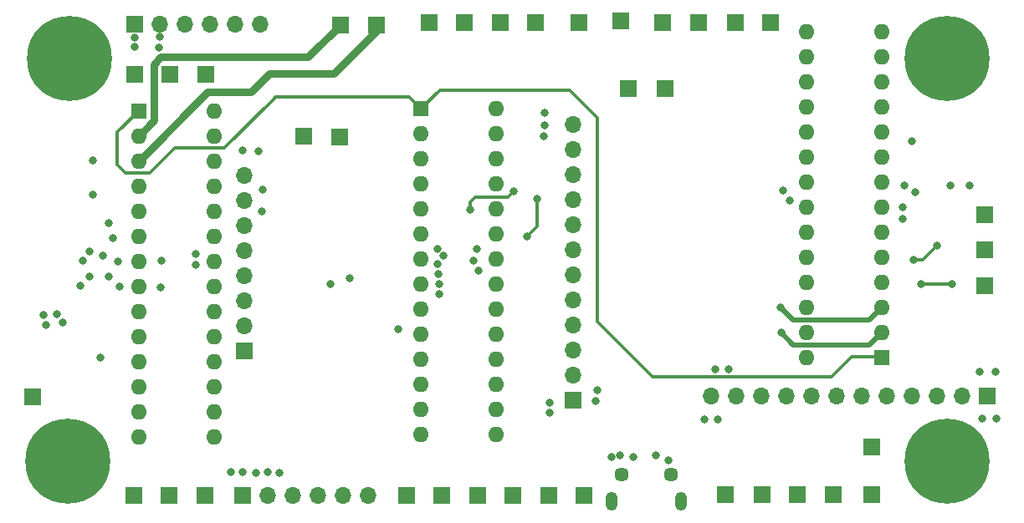
<source format=gbr>
%TF.GenerationSoftware,KiCad,Pcbnew,(6.0.2)*%
%TF.CreationDate,2022-03-17T16:11:47+00:00*%
%TF.ProjectId,PROJ324-Ard1,50524f4a-3332-4342-9d41-7264312e6b69,rev?*%
%TF.SameCoordinates,Original*%
%TF.FileFunction,Copper,L4,Bot*%
%TF.FilePolarity,Positive*%
%FSLAX46Y46*%
G04 Gerber Fmt 4.6, Leading zero omitted, Abs format (unit mm)*
G04 Created by KiCad (PCBNEW (6.0.2)) date 2022-03-17 16:11:47*
%MOMM*%
%LPD*%
G01*
G04 APERTURE LIST*
%TA.AperFunction,ComponentPad*%
%ADD10R,1.700000X1.700000*%
%TD*%
%TA.AperFunction,ComponentPad*%
%ADD11C,1.450000*%
%TD*%
%TA.AperFunction,ComponentPad*%
%ADD12O,1.200000X1.900000*%
%TD*%
%TA.AperFunction,ComponentPad*%
%ADD13O,1.700000X1.700000*%
%TD*%
%TA.AperFunction,ComponentPad*%
%ADD14C,8.600000*%
%TD*%
%TA.AperFunction,ComponentPad*%
%ADD15C,0.900000*%
%TD*%
%TA.AperFunction,ComponentPad*%
%ADD16R,1.600000X1.600000*%
%TD*%
%TA.AperFunction,ComponentPad*%
%ADD17O,1.600000X1.600000*%
%TD*%
%TA.AperFunction,ViaPad*%
%ADD18C,0.800000*%
%TD*%
%TA.AperFunction,Conductor*%
%ADD19C,0.300000*%
%TD*%
%TA.AperFunction,Conductor*%
%ADD20C,0.500000*%
%TD*%
%TA.AperFunction,Conductor*%
%ADD21C,0.750000*%
%TD*%
G04 APERTURE END LIST*
D10*
%TO.P,J33,1,Pin_1*%
%TO.N,ATMEGA_3_TXD*%
X184700000Y-35400000D03*
%TD*%
%TO.P,J44,1,Pin_1*%
%TO.N,+5V*%
X210170000Y-41860000D03*
%TD*%
%TO.P,J21,1,Pin_1*%
%TO.N,Net-(J21-Pad1)*%
X221000000Y-35200000D03*
%TD*%
%TO.P,J27,1,Pin_1*%
%TO.N,ATMEGA_2_RXD*%
X190000000Y-35200000D03*
%TD*%
%TO.P,J12,1,Pin_1*%
%TO.N,ATMEGA_1_RXD*%
X227300000Y-83000000D03*
%TD*%
%TO.P,J20,1,Pin_1*%
%TO.N,Net-(J20-Pad1)*%
X205700000Y-83100000D03*
%TD*%
D11*
%TO.P,J1,6,Shield*%
%TO.N,unconnected-(J1-Pad6)*%
X209510000Y-80967500D03*
D12*
X215510000Y-83667500D03*
X208510000Y-83667500D03*
D11*
X214510000Y-80967500D03*
%TD*%
D10*
%TO.P,J45,1,Pin_1*%
%TO.N,+5V*%
X234780000Y-83040000D03*
%TD*%
%TO.P,J38,1,Pin_1*%
%TO.N,Net-(J38-Pad1)*%
X198500000Y-83100000D03*
%TD*%
%TO.P,J40,1,Pin_1*%
%TO.N,GND*%
X213900000Y-41830000D03*
%TD*%
%TO.P,J18,1,Pin_1*%
%TO.N,Net-(J18-Pad1)*%
X202100000Y-83100000D03*
%TD*%
%TO.P,J24,1,Pin_1*%
%TO.N,Net-(J24-Pad1)*%
X209400000Y-35000000D03*
%TD*%
%TO.P,J32,1,Pin_1*%
%TO.N,Net-(J32-Pad1)*%
X163800000Y-40400000D03*
%TD*%
%TO.P,J22,1,Pin_1*%
%TO.N,Net-(J22-Pad1)*%
X191300000Y-83100000D03*
%TD*%
%TO.P,J9,1,Pin_1*%
%TO.N,Net-(J9-Pad1)*%
X213600000Y-35200000D03*
%TD*%
%TO.P,J26,1,Pin_1*%
%TO.N,Net-(J26-Pad1)*%
X200800000Y-35200000D03*
%TD*%
%TO.P,J30,1,Pin_1*%
%TO.N,Net-(J30-Pad1)*%
X160200000Y-40400000D03*
%TD*%
%TO.P,J4,1,Pin_1*%
%TO.N,GND*%
X204600000Y-73400000D03*
D13*
%TO.P,J4,2,Pin_2*%
%TO.N,ATMEGA_2_DRDY*%
X204600000Y-70860000D03*
%TO.P,J4,3,Pin_3*%
%TO.N,ATMEGA_2_MISO*%
X204600000Y-68320000D03*
%TO.P,J4,4,Pin_4*%
%TO.N,ATMEGA_2_SCK*%
X204600000Y-65780000D03*
%TO.P,J4,5,Pin_5*%
%TO.N,ATMEGA_2_MOSI*%
X204600000Y-63240000D03*
%TO.P,J4,6,Pin_6*%
%TO.N,ATMEGA_2_CS*%
X204600000Y-60700000D03*
%TO.P,J4,7,Pin_7*%
%TO.N,ATMEGA_2_START*%
X204600000Y-58160000D03*
%TO.P,J4,8,Pin_8*%
%TO.N,ATMEGA_2_PWDN_RESET*%
X204600000Y-55620000D03*
%TO.P,J4,9,Pin_9*%
%TO.N,unconnected-(J4-Pad9)*%
X204600000Y-53080000D03*
%TO.P,J4,10,Pin_10*%
%TO.N,unconnected-(J4-Pad10)*%
X204600000Y-50540000D03*
%TO.P,J4,11,Pin_11*%
%TO.N,unconnected-(J4-Pad11)*%
X204600000Y-48000000D03*
%TO.P,J4,12,Pin_12*%
%TO.N,+5V*%
X204600000Y-45460000D03*
%TD*%
D10*
%TO.P,J16,1,Pin_1*%
%TO.N,Net-(J16-Pad1)*%
X246200000Y-54600000D03*
%TD*%
%TO.P,J42,1,Pin_1*%
%TO.N,GND*%
X180940000Y-46760000D03*
%TD*%
%TO.P,J41,1,Pin_1*%
%TO.N,GND*%
X234820000Y-78160000D03*
%TD*%
D14*
%TO.P,H3,1,1*%
%TO.N,GND*%
X242400000Y-79600000D03*
D15*
X242400000Y-76375000D03*
X240119581Y-81880419D03*
X239175000Y-79600000D03*
X244680419Y-77319581D03*
X245625000Y-79600000D03*
X240119581Y-77319581D03*
X244680419Y-81880419D03*
X242400000Y-82825000D03*
%TD*%
%TO.P,H2,1,1*%
%TO.N,GND*%
X151119581Y-81880419D03*
D14*
X153400000Y-79600000D03*
D15*
X155680419Y-77319581D03*
X156625000Y-79600000D03*
X153400000Y-76375000D03*
X151119581Y-77319581D03*
X155680419Y-81880419D03*
X150175000Y-79600000D03*
X153400000Y-82825000D03*
%TD*%
D10*
%TO.P,J17,1,Pin_1*%
%TO.N,Net-(J17-Pad1)*%
X187700000Y-83100000D03*
%TD*%
%TO.P,J6,1,Pin_1*%
%TO.N,+5V*%
X160180000Y-35300000D03*
D13*
%TO.P,J6,2,Pin_2*%
%TO.N,GND*%
X162720000Y-35300000D03*
%TO.P,J6,3,Pin_3*%
%TO.N,unconnected-(J6-Pad3)*%
X165260000Y-35300000D03*
%TO.P,J6,4,Pin_4*%
%TO.N,unconnected-(J6-Pad4)*%
X167800000Y-35300000D03*
%TO.P,J6,5,Pin_5*%
%TO.N,ATMEGA_3_SCL_1*%
X170340000Y-35300000D03*
%TO.P,J6,6,Pin_6*%
%TO.N,ATMEGA_3_SDA_1*%
X172880000Y-35300000D03*
%TD*%
D10*
%TO.P,J14,1,Pin_1*%
%TO.N,Net-(J14-Pad1)*%
X163700000Y-83100000D03*
%TD*%
D16*
%TO.P,U5,1,~{RESET}/PC6*%
%TO.N,ATMEGA_RESET*%
X160600000Y-44100000D03*
D17*
%TO.P,U5,2,PD0*%
%TO.N,ATMEGA_3_RXD*%
X160600000Y-46640000D03*
%TO.P,U5,3,PD1*%
%TO.N,ATMEGA_3_TXD*%
X160600000Y-49180000D03*
%TO.P,U5,4,PD2*%
%TO.N,Net-(J30-Pad1)*%
X160600000Y-51720000D03*
%TO.P,U5,5,PD3*%
%TO.N,Net-(J32-Pad1)*%
X160600000Y-54260000D03*
%TO.P,U5,6,PD4*%
%TO.N,Net-(J35-Pad1)*%
X160600000Y-56800000D03*
%TO.P,U5,7,VCC*%
%TO.N,+5V*%
X160600000Y-59340000D03*
%TO.P,U5,8,GND*%
%TO.N,GND*%
X160600000Y-61880000D03*
%TO.P,U5,9,XTAL1/PB6*%
%TO.N,ATMEGA_3_CRYSTAL_IN*%
X160600000Y-64420000D03*
%TO.P,U5,10,XTAL2/PB7*%
%TO.N,ATMEGA_3_CRYSTAL_OUT*%
X160600000Y-66960000D03*
%TO.P,U5,11,PD5*%
%TO.N,Net-(J36-Pad1)*%
X160600000Y-69500000D03*
%TO.P,U5,12,PD6*%
%TO.N,Net-(J37-Pad1)*%
X160600000Y-72040000D03*
%TO.P,U5,13,PD7*%
%TO.N,Net-(J39-Pad1)*%
X160600000Y-74580000D03*
%TO.P,U5,14,PB0*%
%TO.N,Net-(J14-Pad1)*%
X160600000Y-77120000D03*
%TO.P,U5,15,PB1*%
%TO.N,Net-(J17-Pad1)*%
X168220000Y-77120000D03*
%TO.P,U5,16,PB2*%
%TO.N,ATMEGA_3_LCD_LED*%
X168220000Y-74580000D03*
%TO.P,U5,17,PB3*%
%TO.N,ATMEGA_3_LCD_SDA*%
X168220000Y-72040000D03*
%TO.P,U5,18,PB4*%
%TO.N,Net-(J22-Pad1)*%
X168220000Y-69500000D03*
%TO.P,U5,19,PB5*%
%TO.N,ATMEGA_3_LCD_SCK*%
X168220000Y-66960000D03*
%TO.P,U5,20,AVCC*%
%TO.N,unconnected-(U5-Pad20)*%
X168220000Y-64420000D03*
%TO.P,U5,21,AREF*%
%TO.N,unconnected-(U5-Pad21)*%
X168220000Y-61880000D03*
%TO.P,U5,22,GND*%
%TO.N,GND*%
X168220000Y-59340000D03*
%TO.P,U5,23,PC0*%
%TO.N,unconnected-(U5-Pad23)*%
X168220000Y-56800000D03*
%TO.P,U5,24,PC1*%
%TO.N,ATMEGA_3_LCD_CS*%
X168220000Y-54260000D03*
%TO.P,U5,25,PC2*%
%TO.N,ATMEGA_3_LCD_RESET*%
X168220000Y-51720000D03*
%TO.P,U5,26,PC3*%
%TO.N,ATMEGA_3_LCD_A0*%
X168220000Y-49180000D03*
%TO.P,U5,27,PC4*%
%TO.N,ATMEGA_3_SDA_1*%
X168220000Y-46640000D03*
%TO.P,U5,28,PC5*%
%TO.N,ATMEGA_3_SCL_1*%
X168220000Y-44100000D03*
%TD*%
D15*
%TO.P,H4,1,1*%
%TO.N,GND*%
X244680419Y-36519581D03*
X245625000Y-38800000D03*
D14*
X242400000Y-38800000D03*
D15*
X242400000Y-35575000D03*
X244680419Y-41080419D03*
X242400000Y-42025000D03*
X239175000Y-38800000D03*
X240119581Y-36519581D03*
X240119581Y-41080419D03*
%TD*%
D10*
%TO.P,J35,1,Pin_1*%
%TO.N,Net-(J35-Pad1)*%
X167400000Y-40400000D03*
%TD*%
%TO.P,J37,1,Pin_1*%
%TO.N,Net-(J37-Pad1)*%
X167300000Y-83100000D03*
%TD*%
%TO.P,J23,1,Pin_1*%
%TO.N,ATMEGA_3_RXD*%
X181000000Y-35400000D03*
%TD*%
%TO.P,J7,1,Pin_1*%
%TO.N,ATMEGA_3_LCD_LED*%
X171300000Y-68475000D03*
D13*
%TO.P,J7,2,Pin_2*%
%TO.N,ATMEGA_3_LCD_SCK*%
X171300000Y-65935000D03*
%TO.P,J7,3,Pin_3*%
%TO.N,ATMEGA_3_LCD_SDA*%
X171300000Y-63395000D03*
%TO.P,J7,4,Pin_4*%
%TO.N,ATMEGA_3_LCD_A0*%
X171300000Y-60855000D03*
%TO.P,J7,5,Pin_5*%
%TO.N,ATMEGA_3_LCD_RESET*%
X171300000Y-58315000D03*
%TO.P,J7,6,Pin_6*%
%TO.N,ATMEGA_3_LCD_CS*%
X171300000Y-55775000D03*
%TO.P,J7,7,Pin_7*%
%TO.N,GND*%
X171300000Y-53235000D03*
%TO.P,J7,8,Pin_8*%
%TO.N,+5V*%
X171300000Y-50695000D03*
%TD*%
D10*
%TO.P,J10,1,Pin_1*%
%TO.N,Net-(J10-Pad1)*%
X220000000Y-83000000D03*
%TD*%
%TO.P,J29,1,Pin_1*%
%TO.N,Net-(J29-Pad1)*%
X197200000Y-35200000D03*
%TD*%
%TO.P,J19,1,Pin_1*%
%TO.N,Net-(J19-Pad1)*%
X224600000Y-35200000D03*
%TD*%
%TO.P,J13,1,Pin_1*%
%TO.N,Net-(J13-Pad1)*%
X230900000Y-83000000D03*
%TD*%
%TO.P,J31,1,Pin_1*%
%TO.N,Net-(J31-Pad1)*%
X246200000Y-61800000D03*
%TD*%
%TO.P,J8,1,Pin_1*%
%TO.N,Net-(J8-Pad1)*%
X217300000Y-35200000D03*
%TD*%
D16*
%TO.P,U4,1,~{RESET}/PC6*%
%TO.N,ATMEGA_RESET*%
X189200000Y-43900000D03*
D17*
%TO.P,U4,2,PD0*%
%TO.N,ATMEGA_2_RXD*%
X189200000Y-46440000D03*
%TO.P,U4,3,PD1*%
%TO.N,ATMEGA_2_TXD*%
X189200000Y-48980000D03*
%TO.P,U4,4,PD2*%
%TO.N,ATMEGA_2_DRDY*%
X189200000Y-51520000D03*
%TO.P,U4,5,PD3*%
%TO.N,unconnected-(U4-Pad5)*%
X189200000Y-54060000D03*
%TO.P,U4,6,PD4*%
%TO.N,ATMEGA_2_PWDN_RESET*%
X189200000Y-56600000D03*
%TO.P,U4,7,VCC*%
%TO.N,+5V*%
X189200000Y-59140000D03*
%TO.P,U4,8,GND*%
%TO.N,GND*%
X189200000Y-61680000D03*
%TO.P,U4,9,XTAL1/PB6*%
%TO.N,ATMEGA_2_CRYSTAL_IN*%
X189200000Y-64220000D03*
%TO.P,U4,10,XTAL2/PB7*%
%TO.N,ATMEGA_2_CRYSTAL_OUT*%
X189200000Y-66760000D03*
%TO.P,U4,11,PD5*%
%TO.N,ATMEGA_2_START*%
X189200000Y-69300000D03*
%TO.P,U4,12,PD6*%
%TO.N,Net-(J38-Pad1)*%
X189200000Y-71840000D03*
%TO.P,U4,13,PD7*%
%TO.N,ATMEGA_2_CS*%
X189200000Y-74380000D03*
%TO.P,U4,14,PB0*%
%TO.N,Net-(J15-Pad1)*%
X189200000Y-76920000D03*
%TO.P,U4,15,PB1*%
%TO.N,Net-(J18-Pad1)*%
X196820000Y-76920000D03*
%TO.P,U4,16,PB2*%
%TO.N,Net-(J20-Pad1)*%
X196820000Y-74380000D03*
%TO.P,U4,17,PB3*%
%TO.N,ATMEGA_2_MOSI*%
X196820000Y-71840000D03*
%TO.P,U4,18,PB4*%
%TO.N,ATMEGA_2_MISO*%
X196820000Y-69300000D03*
%TO.P,U4,19,PB5*%
%TO.N,ATMEGA_2_SCK*%
X196820000Y-66760000D03*
%TO.P,U4,20,AVCC*%
%TO.N,unconnected-(U4-Pad20)*%
X196820000Y-64220000D03*
%TO.P,U4,21,AREF*%
%TO.N,unconnected-(U4-Pad21)*%
X196820000Y-61680000D03*
%TO.P,U4,22,GND*%
%TO.N,GND*%
X196820000Y-59140000D03*
%TO.P,U4,23,PC0*%
%TO.N,Net-(J24-Pad1)*%
X196820000Y-56600000D03*
%TO.P,U4,24,PC1*%
%TO.N,Net-(J25-Pad1)*%
X196820000Y-54060000D03*
%TO.P,U4,25,PC2*%
%TO.N,Net-(J26-Pad1)*%
X196820000Y-51520000D03*
%TO.P,U4,26,PC3*%
%TO.N,unconnected-(U4-Pad26)*%
X196820000Y-48980000D03*
%TO.P,U4,27,PC4*%
%TO.N,unconnected-(U4-Pad27)*%
X196820000Y-46440000D03*
%TO.P,U4,28,PC5*%
%TO.N,Net-(J29-Pad1)*%
X196820000Y-43900000D03*
%TD*%
D10*
%TO.P,J28,1,Pin_1*%
%TO.N,ATMEGA_2_TXD*%
X193600000Y-35200000D03*
%TD*%
%TO.P,J36,1,Pin_1*%
%TO.N,Net-(J36-Pad1)*%
X149900000Y-73100000D03*
%TD*%
D15*
%TO.P,H1,1,1*%
%TO.N,GND*%
X151319581Y-36519581D03*
D14*
X153600000Y-38800000D03*
D15*
X151319581Y-41080419D03*
X155880419Y-41080419D03*
X150375000Y-38800000D03*
X155880419Y-36519581D03*
X153600000Y-35575000D03*
X153600000Y-42025000D03*
X156825000Y-38800000D03*
%TD*%
D10*
%TO.P,J39,1,Pin_1*%
%TO.N,Net-(J39-Pad1)*%
X160100000Y-83100000D03*
%TD*%
%TO.P,J15,1,Pin_1*%
%TO.N,Net-(J15-Pad1)*%
X194900000Y-83100000D03*
%TD*%
%TO.P,J43,1,Pin_1*%
%TO.N,+5V*%
X177290000Y-46720000D03*
%TD*%
D16*
%TO.P,U3,1,~{RESET}/PC6*%
%TO.N,ATMEGA_RESET*%
X235800000Y-69100000D03*
D17*
%TO.P,U3,2,PD0*%
%TO.N,ATMEGA_1_RXD*%
X235800000Y-66560000D03*
%TO.P,U3,3,PD1*%
%TO.N,ATMEGA_1_TXD*%
X235800000Y-64020000D03*
%TO.P,U3,4,PD2*%
%TO.N,Net-(J31-Pad1)*%
X235800000Y-61480000D03*
%TO.P,U3,5,PD3*%
%TO.N,Net-(J34-Pad1)*%
X235800000Y-58940000D03*
%TO.P,U3,6,PD4*%
%TO.N,ATMEGA_1_PWDN_RESET*%
X235800000Y-56400000D03*
%TO.P,U3,7,VCC*%
%TO.N,+5V*%
X235800000Y-53860000D03*
%TO.P,U3,8,GND*%
%TO.N,GND*%
X235800000Y-51320000D03*
%TO.P,U3,9,XTAL1/PB6*%
%TO.N,ATMEGA_1_CRYSTAL_IN*%
X235800000Y-48780000D03*
%TO.P,U3,10,XTAL2/PB7*%
%TO.N,ATMEGA_1_CRYSTAL_OUT*%
X235800000Y-46240000D03*
%TO.P,U3,11,PD5*%
%TO.N,ATMEGA_1_START*%
X235800000Y-43700000D03*
%TO.P,U3,12,PD6*%
%TO.N,ATMEGA_1_DRDY*%
X235800000Y-41160000D03*
%TO.P,U3,13,PD7*%
%TO.N,ATMEGA_1_CS*%
X235800000Y-38620000D03*
%TO.P,U3,14,PB0*%
%TO.N,Net-(J16-Pad1)*%
X235800000Y-36080000D03*
%TO.P,U3,15,PB1*%
%TO.N,Net-(J19-Pad1)*%
X228180000Y-36080000D03*
%TO.P,U3,16,PB2*%
%TO.N,Net-(J21-Pad1)*%
X228180000Y-38620000D03*
%TO.P,U3,17,PB3*%
%TO.N,ATMEGA_1_MOSI*%
X228180000Y-41160000D03*
%TO.P,U3,18,PB4*%
%TO.N,ATMEGA_1_MISO*%
X228180000Y-43700000D03*
%TO.P,U3,19,PB5*%
%TO.N,ATMEGA_1_SCK*%
X228180000Y-46240000D03*
%TO.P,U3,20,AVCC*%
%TO.N,unconnected-(U3-Pad20)*%
X228180000Y-48780000D03*
%TO.P,U3,21,AREF*%
%TO.N,unconnected-(U3-Pad21)*%
X228180000Y-51320000D03*
%TO.P,U3,22,GND*%
%TO.N,GND*%
X228180000Y-53860000D03*
%TO.P,U3,23,PC0*%
%TO.N,Net-(J8-Pad1)*%
X228180000Y-56400000D03*
%TO.P,U3,24,PC1*%
%TO.N,Net-(J9-Pad1)*%
X228180000Y-58940000D03*
%TO.P,U3,25,PC2*%
%TO.N,Net-(J10-Pad1)*%
X228180000Y-61480000D03*
%TO.P,U3,26,PC3*%
%TO.N,unconnected-(U3-Pad26)*%
X228180000Y-64020000D03*
%TO.P,U3,27,PC4*%
%TO.N,unconnected-(U3-Pad27)*%
X228180000Y-66560000D03*
%TO.P,U3,28,PC5*%
%TO.N,Net-(J13-Pad1)*%
X228180000Y-69100000D03*
%TD*%
D10*
%TO.P,J25,1,Pin_1*%
%TO.N,Net-(J25-Pad1)*%
X205200000Y-35200000D03*
%TD*%
%TO.P,J34,1,Pin_1*%
%TO.N,Net-(J34-Pad1)*%
X246200000Y-58200000D03*
%TD*%
%TO.P,J3,1,Pin_1*%
%TO.N,+5V*%
X246450000Y-73000000D03*
D13*
%TO.P,J3,2,Pin_2*%
%TO.N,ATMEGA_1_PWDN_RESET*%
X243910000Y-73000000D03*
%TO.P,J3,3,Pin_3*%
%TO.N,ATMEGA_1_START*%
X241370000Y-73000000D03*
%TO.P,J3,4,Pin_4*%
%TO.N,ATMEGA_1_DRDY*%
X238830000Y-73000000D03*
%TO.P,J3,5,Pin_5*%
%TO.N,ATMEGA_1_CS*%
X236290000Y-73000000D03*
%TO.P,J3,6,Pin_6*%
%TO.N,ATMEGA_1_MOSI*%
X233750000Y-73000000D03*
%TO.P,J3,7,Pin_7*%
%TO.N,ATMEGA_1_MISO*%
X231210000Y-73000000D03*
%TO.P,J3,8,Pin_8*%
%TO.N,ATMEGA_1_SCK*%
X228670000Y-73000000D03*
%TO.P,J3,9,Pin_9*%
%TO.N,unconnected-(J3-Pad9)*%
X226130000Y-73000000D03*
%TO.P,J3,10,Pin_10*%
%TO.N,unconnected-(J3-Pad10)*%
X223590000Y-73000000D03*
%TO.P,J3,11,Pin_11*%
%TO.N,unconnected-(J3-Pad11)*%
X221050000Y-73000000D03*
%TO.P,J3,12,Pin_12*%
%TO.N,GND*%
X218510000Y-73000000D03*
%TD*%
D10*
%TO.P,J11,1,Pin_1*%
%TO.N,ATMEGA_1_TXD*%
X223700000Y-83000000D03*
%TD*%
%TO.P,J5,1,Pin_1*%
%TO.N,+5V*%
X171150000Y-83100000D03*
D13*
%TO.P,J5,2,Pin_2*%
%TO.N,GND*%
X173690000Y-83100000D03*
%TO.P,J5,3,Pin_3*%
%TO.N,unconnected-(J5-Pad3)*%
X176230000Y-83100000D03*
%TO.P,J5,4,Pin_4*%
%TO.N,unconnected-(J5-Pad4)*%
X178770000Y-83100000D03*
%TO.P,J5,5,Pin_5*%
%TO.N,ATMEGA_3_SCL_1*%
X181310000Y-83100000D03*
%TO.P,J5,6,Pin_6*%
%TO.N,ATMEGA_3_SDA_1*%
X183850000Y-83100000D03*
%TD*%
D18*
%TO.N,GND*%
X191000000Y-61700000D03*
X166400000Y-58600000D03*
X162800000Y-62000000D03*
X186900000Y-66200000D03*
X226480000Y-53240000D03*
X158000000Y-57000000D03*
X202184000Y-73660000D03*
X190980000Y-60690000D03*
X217830000Y-75390000D03*
X152900000Y-65540000D03*
X195000000Y-60280000D03*
X244700000Y-51700000D03*
X239230000Y-52390000D03*
X182000000Y-61100000D03*
X162700000Y-37700000D03*
X155600000Y-60900000D03*
X172510000Y-80770000D03*
X173200000Y-52100000D03*
X194500000Y-59300000D03*
X174840000Y-80800000D03*
X238900000Y-47214500D03*
X156700000Y-69100000D03*
X194860000Y-58150000D03*
X173110000Y-54340000D03*
X173700000Y-80700000D03*
X166400000Y-59750000D03*
X157570000Y-55470000D03*
X220300000Y-70340000D03*
X238100000Y-51700000D03*
X151000000Y-64800000D03*
X152300000Y-64750000D03*
X154700000Y-61800000D03*
X202184000Y-74676000D03*
X206900000Y-73500000D03*
X219210000Y-75380000D03*
X207010000Y-72390000D03*
X219010000Y-70300000D03*
X225820000Y-52220000D03*
X242800000Y-51700000D03*
X213000000Y-79000000D03*
X155950000Y-49160000D03*
X162720000Y-36610000D03*
X180000000Y-61700000D03*
X214190000Y-79570000D03*
X155950000Y-52600000D03*
X157600000Y-60900000D03*
X191000000Y-62690000D03*
X158710000Y-61880000D03*
X151245000Y-65805000D03*
%TO.N,+5V*%
X155000000Y-59300000D03*
X158490000Y-59340000D03*
X201670000Y-44350000D03*
X172730000Y-48190000D03*
X169990000Y-80720000D03*
X237920000Y-55050000D03*
X201650000Y-46700000D03*
X201676000Y-45600000D03*
X157010000Y-58810000D03*
X247340000Y-70560000D03*
X160180000Y-36710000D03*
X190890000Y-58080000D03*
X245970000Y-75300000D03*
X155620000Y-58400000D03*
X171100000Y-80700000D03*
X191470000Y-58820000D03*
X237900000Y-53900000D03*
X208460000Y-79190000D03*
X247380000Y-75310000D03*
X171100000Y-48100000D03*
X210710000Y-79150000D03*
X209350000Y-79040000D03*
X190890000Y-59610000D03*
X160200000Y-37600000D03*
X245700000Y-70560000D03*
X162900000Y-59300000D03*
%TO.N,ATMEGA_1_RXD*%
X225650000Y-66600000D03*
%TO.N,ATMEGA_1_TXD*%
X225600000Y-64000000D03*
%TO.N,Net-(J34-Pad1)*%
X241400000Y-57800000D03*
X239000000Y-59200000D03*
%TO.N,Net-(J31-Pad1)*%
X239800000Y-61700000D03*
X242900000Y-61700000D03*
%TO.N,Net-(J25-Pad1)*%
X194200000Y-54100000D03*
X198600000Y-52300000D03*
%TO.N,Net-(J24-Pad1)*%
X199900000Y-56800000D03*
X200900000Y-53000000D03*
%TD*%
D19*
%TO.N,ATMEGA_RESET*%
X187990000Y-42690000D02*
X174470000Y-42690000D01*
X161740000Y-50410000D02*
X159300000Y-50410000D01*
X174240000Y-42920000D02*
X174240000Y-42950000D01*
X230700000Y-71100000D02*
X212600000Y-71100000D01*
X235200000Y-69000000D02*
X232800000Y-69000000D01*
X169310000Y-47880000D02*
X164270000Y-47880000D01*
X159300000Y-50410000D02*
X158470000Y-49580000D01*
X235300000Y-69100000D02*
X235200000Y-69000000D01*
X204200000Y-42000000D02*
X191100000Y-42000000D01*
X158470000Y-49580000D02*
X158470000Y-46230000D01*
X235800000Y-69100000D02*
X235300000Y-69100000D01*
X189200000Y-43900000D02*
X187990000Y-42690000D01*
X232800000Y-69000000D02*
X230700000Y-71100000D01*
X207000000Y-65500000D02*
X207000000Y-44800000D01*
X207000000Y-44800000D02*
X204200000Y-42000000D01*
X174470000Y-42690000D02*
X174240000Y-42920000D01*
X212600000Y-71100000D02*
X207000000Y-65500000D01*
X191100000Y-42000000D02*
X189200000Y-43900000D01*
X174240000Y-42950000D02*
X169310000Y-47880000D01*
X164270000Y-47880000D02*
X161740000Y-50410000D01*
X158470000Y-46230000D02*
X160600000Y-44100000D01*
D20*
%TO.N,ATMEGA_1_RXD*%
X225650000Y-66600000D02*
X226859511Y-67809511D01*
X226859511Y-67809511D02*
X234550489Y-67809511D01*
X234550489Y-67809511D02*
X235800000Y-66560000D01*
%TO.N,ATMEGA_1_TXD*%
X225600000Y-64000000D02*
X226869511Y-65269511D01*
X226869511Y-65269511D02*
X234550489Y-65269511D01*
X234550489Y-65269511D02*
X235800000Y-64020000D01*
D19*
%TO.N,Net-(J34-Pad1)*%
X240000000Y-59200000D02*
X241400000Y-57800000D01*
X239000000Y-59200000D02*
X240000000Y-59200000D01*
D21*
%TO.N,ATMEGA_3_RXD*%
X162865489Y-38674511D02*
X162160000Y-39380000D01*
X162160000Y-45080000D02*
X160600000Y-46640000D01*
X177725489Y-38674511D02*
X162865489Y-38674511D01*
X162160000Y-39380000D02*
X162160000Y-45080000D01*
X181000000Y-35400000D02*
X177725489Y-38674511D01*
%TO.N,ATMEGA_3_TXD*%
X180350000Y-40350000D02*
X184700000Y-36000000D01*
X171990000Y-42220000D02*
X173860000Y-40350000D01*
X167620000Y-42220000D02*
X171990000Y-42220000D01*
X173860000Y-40350000D02*
X180350000Y-40350000D01*
X160600000Y-49180000D02*
X160660000Y-49180000D01*
X184700000Y-36000000D02*
X184700000Y-35400000D01*
X160660000Y-49180000D02*
X167620000Y-42220000D01*
D19*
%TO.N,Net-(J31-Pad1)*%
X242900000Y-61700000D02*
X239800000Y-61700000D01*
%TO.N,Net-(J25-Pad1)*%
X194200000Y-53400000D02*
X194200000Y-54100000D01*
X198000000Y-52900000D02*
X194700000Y-52900000D01*
X194700000Y-52900000D02*
X194200000Y-53400000D01*
X198600000Y-52300000D02*
X198000000Y-52900000D01*
%TO.N,Net-(J24-Pad1)*%
X200900000Y-53000000D02*
X200900000Y-55800000D01*
X200900000Y-55800000D02*
X199900000Y-56800000D01*
%TD*%
M02*

</source>
